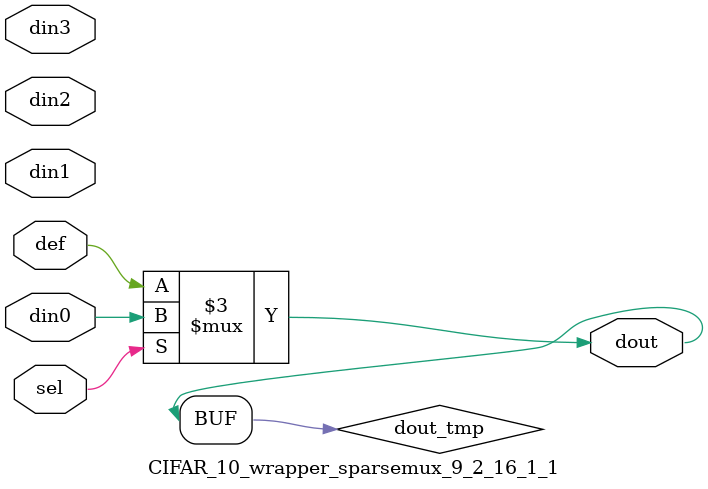
<source format=v>
`timescale 1ns / 1ps

module CIFAR_10_wrapper_sparsemux_9_2_16_1_1 (din0,din1,din2,din3,def,sel,dout);

parameter din0_WIDTH = 1;

parameter din1_WIDTH = 1;

parameter din2_WIDTH = 1;

parameter din3_WIDTH = 1;

parameter def_WIDTH = 1;
parameter sel_WIDTH = 1;
parameter dout_WIDTH = 1;

parameter [sel_WIDTH-1:0] CASE0 = 1;

parameter [sel_WIDTH-1:0] CASE1 = 1;

parameter [sel_WIDTH-1:0] CASE2 = 1;

parameter [sel_WIDTH-1:0] CASE3 = 1;

parameter ID = 1;
parameter NUM_STAGE = 1;



input [din0_WIDTH-1:0] din0;

input [din1_WIDTH-1:0] din1;

input [din2_WIDTH-1:0] din2;

input [din3_WIDTH-1:0] din3;

input [def_WIDTH-1:0] def;
input [sel_WIDTH-1:0] sel;

output [dout_WIDTH-1:0] dout;



reg [dout_WIDTH-1:0] dout_tmp;

always @ (*) begin
case (sel)
    
    CASE0 : dout_tmp = din0;
    
    CASE1 : dout_tmp = din1;
    
    CASE2 : dout_tmp = din2;
    
    CASE3 : dout_tmp = din3;
    
    default : dout_tmp = def;
endcase
end


assign dout = dout_tmp;



endmodule

</source>
